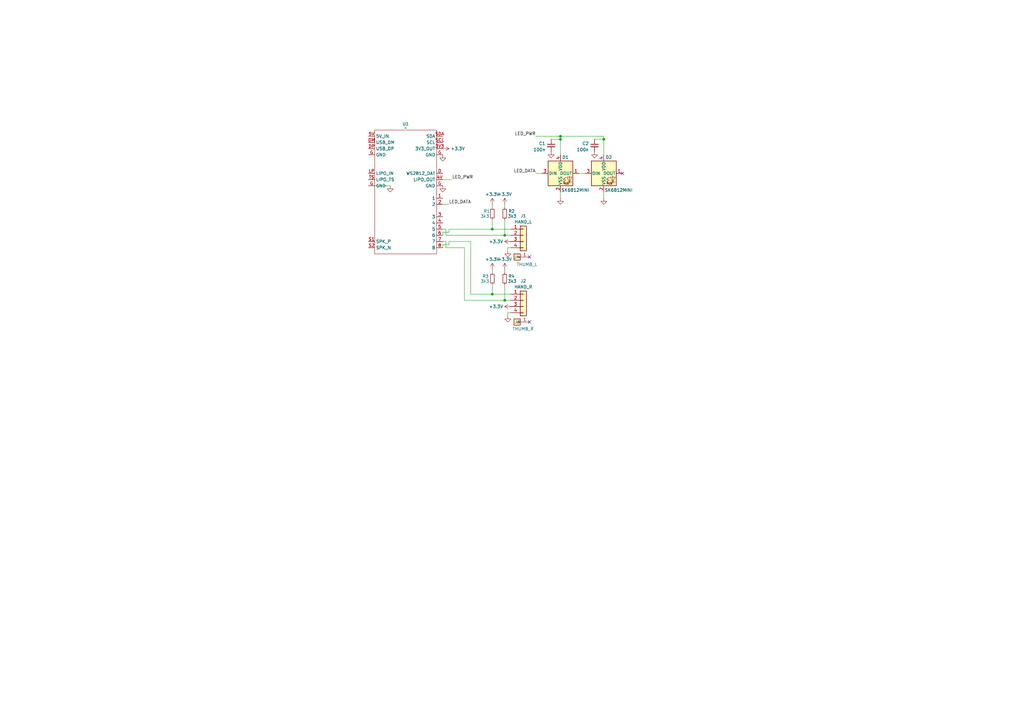
<source format=kicad_sch>
(kicad_sch (version 20231120) (generator "eeschema") (generator_version "8.0")
  (paper "A3")
  (lib_symbols
    (symbol "Connector_Generic:Conn_01x01" (pin_names (offset 1.016) hide)
      (property "Reference" "J" (at 0 2.54 0))
      (property "Value" "Conn_01x01" (at 0 -2.54 0))
      (symbol "Conn_01x01_1_1"
        (rectangle (start -1.27 0.127) (end 0 -0.127) (stroke (width 0.1524)))
        (rectangle (start -1.27 1.27) (end 1.27 -1.27) (stroke (width 0.254)) (fill (type background)))
        (pin passive line (at -5.08 0 0) (length 3.81) (name "Pin_1") (number "1"))
      )
    )
    (symbol "Connector_Generic:Conn_01x04" (pin_names (offset 1.016) hide)
      (property "Reference" "J" (at 0 5.08 0))
      (property "Value" "Conn_01x04" (at 0 -7.62 0))
      (symbol "Conn_01x04_1_1"
        (rectangle (start -1.27 -4.953) (end 0 -5.207) (stroke (width 0.1524)))
        (rectangle (start -1.27 -2.413) (end 0 -2.667) (stroke (width 0.1524)))
        (rectangle (start -1.27 0.127) (end 0 -0.127) (stroke (width 0.1524)))
        (rectangle (start -1.27 2.667) (end 0 2.413) (stroke (width 0.1524)))
        (rectangle (start -1.27 3.81) (end 1.27 -6.35) (stroke (width 0.254)) (fill (type background)))
        (pin passive line (at -5.08 2.54 0) (length 3.81) (name "Pin_1") (number "1"))
        (pin passive line (at -5.08 0 0) (length 3.81) (name "Pin_2") (number "2"))
        (pin passive line (at -5.08 -2.54 0) (length 3.81) (name "Pin_3") (number "3"))
        (pin passive line (at -5.08 -5.08 0) (length 3.81) (name "Pin_4") (number "4"))
      )
    )
    (symbol "Critbit_lib:pilkbrain2"
      (property "Reference" "U" (at 0 0 0))
      (symbol "pilkbrain2_0_1"
        (rectangle (start -12.7 25.4) (end 12.7 -25.4))
      )
      (symbol "pilkbrain2_1_1"
        (pin bidirectional line (at 15.24 -2.54 180) (length 2.54) (name "1") (number "1"))
        (pin bidirectional line (at 15.24 -5.08 180) (length 2.54) (name "2") (number "2"))
        (pin bidirectional line (at 15.24 -10.16 180) (length 2.54) (name "3") (number "3"))
        (pin power_out line (at 15.24 17.78 180) (length 2.54) (name "3V3_OUT") (number "3V3"))
        (pin bidirectional line (at 15.24 -12.7 180) (length 2.54) (name "4") (number "4"))
        (pin power_out line (at 15.24 5.08 180) (length 2.54) (name "LIPO_OUT") (number "4V"))
        (pin bidirectional line (at 15.24 -15.24 180) (length 2.54) (name "5") (number "5"))
        (pin power_in line (at -15.24 22.86 0) (length 2.54) (name "5V_IN") (number "5V"))
        (pin bidirectional line (at 15.24 -17.78 180) (length 2.54) (name "6") (number "6"))
        (pin bidirectional line (at 15.24 -20.32 180) (length 2.54) (name "7") (number "7"))
        (pin bidirectional line (at 15.24 -22.86 180) (length 2.54) (name "8") (number "8"))
        (pin power_out line (at 15.24 7.62 180) (length 2.54) (name "WS2812_DAT") (number "D"))
        (pin bidirectional line (at -15.24 20.32 0) (length 2.54) (name "USB_DM") (number "DM"))
        (pin bidirectional line (at -15.24 17.78 0) (length 2.54) (name "USB_DP") (number "DP"))
        (pin power_in line (at -15.24 2.54 0) (length 2.54) (name "GND") (number "G"))
        (pin power_in line (at -15.24 15.24 0) (length 2.54) (name "GND") (number "G"))
        (pin power_in line (at 15.24 2.54 180) (length 2.54) (name "GND") (number "G"))
        (pin power_in line (at 15.24 15.24 180) (length 2.54) (name "GND") (number "G"))
        (pin power_in line (at -15.24 7.62 0) (length 2.54) (name "LIPO_IN") (number "LP"))
        (pin bidirectional line (at -15.24 -20.32 0) (length 2.54) (name "SPK_P") (number "S1"))
        (pin bidirectional line (at -15.24 -22.86 0) (length 2.54) (name "SPK_N") (number "S2"))
        (pin open_collector line (at 15.24 20.32 180) (length 2.54) (name "SCL") (number "SCL"))
        (pin open_collector line (at 15.24 22.86 180) (length 2.54) (name "SDA") (number "SDA"))
        (pin input line (at -15.24 5.08 0) (length 2.54) (name "LIPO_TS") (number "TS"))
      )
    )
    (symbol "Device:C_Small" (pin_numbers hide) (pin_names (offset 0.254) hide)
      (property "Reference" "C" (at 0.254 1.778 0))
      (property "Value" "C_Small" (at 0.254 -2.032 0))
      (symbol "C_Small_0_1"
        (polyline (pts (xy -1.524 -0.508) (xy 1.524 -0.508)) (stroke (width 0.3302)))
        (polyline (pts (xy -1.524 0.508) (xy 1.524 0.508)) (stroke (width 0.3048)))
      )
      (symbol "C_Small_1_1"
        (pin passive line (at 0 2.54 270) (length 2.032) (name "~") (number "1"))
        (pin passive line (at 0 -2.54 90) (length 2.032) (name "~") (number "2"))
      )
    )
    (symbol "Device:R_Small" (pin_numbers hide) (pin_names (offset 0.254) hide)
      (property "Reference" "R" (at 0.762 0.508 0))
      (property "Value" "R_Small" (at 0.762 -1.016 0))
      (symbol "R_Small_0_1"
        (rectangle (start -0.762 1.778) (end 0.762 -1.778) (stroke (width 0.2032)))
      )
      (symbol "R_Small_1_1"
        (pin passive line (at 0 2.54 270) (length 0.762) (name "~") (number "1"))
        (pin passive line (at 0 -2.54 90) (length 0.762) (name "~") (number "2"))
      )
    )
    (symbol "LED:SK6812MINI" (pin_names (offset 0.254))
      (property "Reference" "D" (at 5.08 5.715 0))
      (property "Value" "SK6812MINI" (at 1.27 -5.715 0))
      (symbol "SK6812MINI_0_0"
        (text "RGB" (at 2.286 -4.191 0) (effects (font (size 0.762 0.762))))
      )
      (symbol "SK6812MINI_0_1"
        (polyline (pts (xy 1.27 -3.556) (xy 1.778 -3.556)))
        (polyline (pts (xy 1.27 -2.54) (xy 1.778 -2.54)))
        (polyline (pts (xy 4.699 -3.556) (xy 2.667 -3.556)))
        (polyline (pts (xy 2.286 -2.54) (xy 1.27 -3.556) (xy 1.27 -3.048)))
        (polyline (pts (xy 2.286 -1.524) (xy 1.27 -2.54) (xy 1.27 -2.032)))
        (polyline (pts (xy 3.683 -1.016) (xy 3.683 -3.556) (xy 3.683 -4.064)))
        (polyline (pts (xy 4.699 -1.524) (xy 2.667 -1.524) (xy 3.683 -3.556) (xy 4.699 -1.524)))
        (rectangle (start 5.08 5.08) (end -5.08 -5.08) (stroke (width 0.254)) (fill (type background)))
      )
      (symbol "SK6812MINI_1_1"
        (pin output line (at 7.62 0 180) (length 2.54) (name "DOUT") (number "1"))
        (pin power_in line (at 0 -7.62 90) (length 2.54) (name "VSS") (number "2"))
        (pin input line (at -7.62 0 0) (length 2.54) (name "DIN") (number "3"))
        (pin power_in line (at 0 7.62 270) (length 2.54) (name "VDD") (number "4"))
      )
    )
    (symbol "power:+3.3V" (power) (pin_numbers hide) (pin_names (offset 0) hide)
      (property "Value" "+3.3V" (at 0 3.556 0))
      (symbol "+3.3V_0_1"
        (polyline (pts (xy -0.762 1.27) (xy 0 2.54)))
        (polyline (pts (xy 0 0) (xy 0 2.54)))
        (polyline (pts (xy 0 2.54) (xy 0.762 1.27)))
      )
      (symbol "+3.3V_1_1"
        (pin power_in line (at 0 0 90) (length 0) (name "~") (number "1"))
      )
    )
    (symbol "power:GND" (power) (pin_names (offset 0))
      (property "Value" "GND" (at 0 -3.81 0))
      (symbol "GND_0_1"
        (polyline (pts (xy 0 0) (xy 0 -1.27) (xy 1.27 -1.27) (xy 0 -2.54) (xy -1.27 -1.27) (xy 0 -1.27)))
      )
      (symbol "GND_1_1"
        (pin power_in line (at 0 0 270) (length 0) hide (name "GND") (number "1"))
      )
    )
  )
  (junction (at 207.01 123.19))
  (junction (at 201.93 93.98))
  (junction (at 229.87 55.88))
  (junction (at 247.65 57.15))
  (junction (at 207.01 96.52))
  (junction (at 201.93 120.65))
  (junction (at 229.87 57.15))
  (no_connect (at 217.17 105.41))
  (no_connect (at 217.17 132.08))
  (no_connect (at 255.27 71.12))
  (wire (pts (xy 207.01 96.52) (xy 209.55 96.52)))
  (wire (pts (xy 201.93 83.82) (xy 201.93 85.09)))
  (wire (pts (xy 201.93 116.84) (xy 201.93 120.65)))
  (wire (pts (xy 229.87 55.88) (xy 247.65 55.88)))
  (wire (pts (xy 201.93 90.17) (xy 201.93 93.98)))
  (wire (pts (xy 237.49 71.12) (xy 240.03 71.12)))
  (wire (pts (xy 247.65 57.15) (xy 247.65 63.5)))
  (wire (pts (xy 190.5 123.19) (xy 207.01 123.19)))
  (wire (pts (xy 226.06 57.15) (xy 229.87 57.15)))
  (wire (pts (xy 229.87 55.88) (xy 229.87 57.15)))
  (wire (pts (xy 184.15 99.06) (xy 193.04 99.06)))
  (wire (pts (xy 182.88 101.6) (xy 190.5 101.6)))
  (wire (pts (xy 208.28 102.87) (xy 208.28 101.6)))
  (wire (pts (xy 182.88 93.98) (xy 182.88 96.52)))
  (wire (pts (xy 193.04 120.65) (xy 201.93 120.65)))
  (wire (pts (xy 181.61 83.82) (xy 184.15 83.82)))
  (wire (pts (xy 229.87 78.74) (xy 229.87 81.28)))
  (wire (pts (xy 181.61 93.98) (xy 182.88 93.98)))
  (wire (pts (xy 182.88 99.06) (xy 182.88 101.6)))
  (wire (pts (xy 201.93 120.65) (xy 209.55 120.65)))
  (wire (pts (xy 201.93 93.98) (xy 209.55 93.98)))
  (wire (pts (xy 181.61 95.25) (xy 184.15 95.25)))
  (wire (pts (xy 207.01 123.19) (xy 209.55 123.19)))
  (wire (pts (xy 219.71 71.12) (xy 222.25 71.12)))
  (wire (pts (xy 201.93 110.49) (xy 201.93 111.76)))
  (wire (pts (xy 151.13 76.2) (xy 160.02 76.2)))
  (wire (pts (xy 207.01 110.49) (xy 207.01 111.76)))
  (wire (pts (xy 184.15 93.98) (xy 201.93 93.98)))
  (wire (pts (xy 184.15 99.06) (xy 184.15 100.33)))
  (wire (pts (xy 208.28 128.27) (xy 209.55 128.27)))
  (wire (pts (xy 184.15 93.98) (xy 184.15 95.25)))
  (wire (pts (xy 247.65 78.74) (xy 247.65 81.28)))
  (wire (pts (xy 243.84 57.15) (xy 247.65 57.15)))
  (wire (pts (xy 185.42 73.66) (xy 181.61 73.66)))
  (wire (pts (xy 190.5 101.6) (xy 190.5 123.19)))
  (wire (pts (xy 182.88 96.52) (xy 207.01 96.52)))
  (wire (pts (xy 193.04 120.65) (xy 193.04 99.06)))
  (wire (pts (xy 181.61 99.06) (xy 182.88 99.06)))
  (wire (pts (xy 208.28 129.54) (xy 208.28 128.27)))
  (wire (pts (xy 181.61 96.52) (xy 181.61 95.25)))
  (wire (pts (xy 207.01 83.82) (xy 207.01 85.09)))
  (wire (pts (xy 207.01 90.17) (xy 207.01 96.52)))
  (wire (pts (xy 247.65 55.88) (xy 247.65 57.15)))
  (wire (pts (xy 208.28 101.6) (xy 209.55 101.6)))
  (wire (pts (xy 229.87 57.15) (xy 229.87 63.5)))
  (wire (pts (xy 181.61 100.33) (xy 181.61 101.6)))
  (wire (pts (xy 207.01 116.84) (xy 207.01 123.19)))
  (wire (pts (xy 181.61 100.33) (xy 184.15 100.33)))
  (wire (pts (xy 219.71 55.88) (xy 229.87 55.88)))
  (label "LED_PWR" (at 185.42 73.66 0))
  (label "LED_PWR" (at 219.71 55.88 180))
  (label "LED_DATA" (at 219.71 71.12 180))
  (label "LED_DATA" (at 184.15 83.82 0))
  (symbol (lib_id "power:+3.3V") (at 207.01 83.82 0) (mirror y) (unit 1)
    (property "Reference" "#PWR014" (effects (hide yes)))
    (property "Value" "+3.3V" (at 207.01 79.6869 0))
    (property "Description" "Power symbol creates a global label with name \"+3.3V\"" (effects (hide yes)))
  )
  (symbol (lib_id "Device:C_Small") (at 226.06 59.69 0) (mirror y) (unit 1)
    (property "Reference" "C1" (at 223.7359 58.8616 0) (effects (justify left)))
    (property "Value" "100n" (at 223.7359 61.3985 0) (effects (justify left)))
    (property "Footprint" "Capacitor_SMD:C_0603_1608Metric_Pad1.08x0.95mm_HandSolder" (effects (hide yes)))
  )
  (symbol (lib_id "LED:SK6812MINI") (at 229.87 71.12 0) (unit 1)
    (property "Reference" "D1" (at 231.902 64.516 0))
    (property "Value" "SK6812MINI" (at 235.966 77.978 0))
    (property "Footprint" "Critbit_lib:SK6812MINI_PLCC4_UPSIDEDOWN" (effects (hide yes)))
    (property "Datasheet" "https://cdn-shop.adafruit.com/product-files/2686/SK6812MINI_REV.01-1-2.pdf" (effects (hide yes)))
    (property "Description" "RGB LED with integrated controller" (effects (hide yes)))
  )
  (symbol (lib_id "power:+3.3V") (at 209.55 99.06 90) (unit 1)
    (property "Reference" "#PWR012" (effects (hide yes)))
    (property "Value" "+3.3V" (at 206.375 99.06 90) (effects (justify left)))
    (property "Description" "Power symbol creates a global label with name \"+3.3V\"" (effects (hide yes)))
  )
  (symbol (lib_id "LED:SK6812MINI") (at 247.65 71.12 0) (unit 1)
    (property "Reference" "D2" (at 249.682 64.516 0))
    (property "Value" "SK6812MINI" (at 253.746 77.978 0))
    (property "Footprint" "Critbit_lib:SK6812MINI_PLCC4_UPSIDEDOWN" (effects (hide yes)))
    (property "Datasheet" "https://cdn-shop.adafruit.com/product-files/2686/SK6812MINI_REV.01-1-2.pdf" (effects (hide yes)))
    (property "Description" "RGB LED with integrated controller" (effects (hide yes)))
  )
  (symbol (lib_id "power:GND") (at 208.28 129.54 0) (mirror y) (unit 1)
    (property "Reference" "#PWR035" (effects (hide yes)))
    (property "Value" "GND" (effects (hide yes)))
  )
  (symbol (lib_id "Connector_Generic:Conn_01x01") (at 212.09 105.41 180) (unit 1)
    (property "Reference" "J4" (at 210.82 105.41 0) (effects (justify right)))
    (property "Value" "THUMB_L" (at 211.836 108.458 0) (effects (justify right)))
    (property "Footprint" "Connector_PinHeader_2.54mm:PinHeader_1x01_P2.54mm_Vertical" (effects (hide yes)))
  )
  (symbol (lib_id "Connector_Generic:Conn_01x04") (at 214.63 96.52 0) (unit 1)
    (property "Reference" "J1" (at 214.63 88.5657 0))
    (property "Value" "HAND_L" (at 214.63 90.9899 0))
    (property "Footprint" "Critbit_lib:Neko_hands" (effects (hide yes)))
  )
  (symbol (lib_id "power:+3.3V") (at 181.61 60.96 270) (unit 1)
    (property "Reference" "#PWR09" (effects (hide yes)))
    (property "Value" "+3.3V" (at 184.785 60.96 90) (effects (justify left)))
    (property "Description" "Power symbol creates a global label with name \"+3.3V\"" (effects (hide yes)))
  )
  (symbol (lib_id "power:GND") (at 247.65 81.28 0) (mirror y) (unit 1)
    (property "Reference" "#PWR04" (effects (hide yes)))
    (property "Value" "GND" (effects (hide yes)))
  )
  (symbol (lib_id "Device:R_Small") (at 201.93 87.63 180) (unit 1)
    (property "Reference" "R1" (at 199.644 86.614 0))
    (property "Value" "3k3" (at 198.882 88.646 0))
    (property "Footprint" "Resistor_SMD:R_0603_1608Metric_Pad0.98x0.95mm_HandSolder" (effects (hide yes)))
  )
  (symbol (lib_id "Device:R_Small") (at 207.01 114.3 0) (mirror x) (unit 1)
    (property "Reference" "R4" (at 209.804 113.284 0))
    (property "Value" "3k3" (at 210.058 115.316 0))
    (property "Footprint" "Resistor_SMD:R_0603_1608Metric_Pad0.98x0.95mm_HandSolder" (effects (hide yes)))
  )
  (symbol (lib_id "power:+3.3V") (at 209.55 125.73 90) (unit 1)
    (property "Reference" "#PWR011" (effects (hide yes)))
    (property "Value" "+3.3V" (at 206.375 125.73 90) (effects (justify left)))
    (property "Description" "Power symbol creates a global label with name \"+3.3V\"" (effects (hide yes)))
  )
  (symbol (lib_id "power:GND") (at 208.28 102.87 0) (mirror y) (unit 1)
    (property "Reference" "#PWR048" (effects (hide yes)))
    (property "Value" "GND" (effects (hide yes)))
  )
  (symbol (lib_id "Connector_Generic:Conn_01x04") (at 214.63 123.19 0) (unit 1)
    (property "Reference" "J2" (at 214.63 115.2357 0))
    (property "Value" "HAND_R" (at 214.63 117.6599 0))
    (property "Footprint" "Critbit_lib:Neko_hands" (effects (hide yes)))
  )
  (symbol (lib_id "power:GND") (at 181.61 63.5 0) (unit 1)
    (property "Reference" "#PWR07" (effects (hide yes)))
    (property "Value" "GND" (effects (hide yes)))
  )
  (symbol (lib_id "Device:R_Small") (at 201.93 114.3 180) (unit 1)
    (property "Reference" "R3" (at 199.136 113.284 0))
    (property "Value" "3k3" (at 198.882 115.316 0))
    (property "Footprint" "Resistor_SMD:R_0603_1608Metric_Pad0.98x0.95mm_HandSolder" (effects (hide yes)))
  )
  (symbol (lib_id "Device:R_Small") (at 207.01 87.63 0) (mirror x) (unit 1)
    (property "Reference" "R2" (at 209.804 86.614 0))
    (property "Value" "3k3" (at 210.058 88.646 0))
    (property "Footprint" "Resistor_SMD:R_0603_1608Metric_Pad0.98x0.95mm_HandSolder" (effects (hide yes)))
  )
  (symbol (lib_id "power:GND") (at 181.61 76.2 0) (unit 1)
    (property "Reference" "#PWR08" (effects (hide yes)))
    (property "Value" "GND" (effects (hide yes)))
  )
  (symbol (lib_id "power:GND") (at 243.84 62.23 0) (mirror y) (unit 1)
    (property "Reference" "#PWR02" (effects (hide yes)))
    (property "Value" "GND" (effects (hide yes)))
  )
  (symbol (lib_id "power:+3.3V") (at 207.01 110.49 0) (mirror y) (unit 1)
    (property "Reference" "#PWR016" (effects (hide yes)))
    (property "Value" "+3.3V" (at 207.01 106.3569 0))
    (property "Description" "Power symbol creates a global label with name \"+3.3V\"" (effects (hide yes)))
  )
  (symbol (lib_id "power:+3.3V") (at 201.93 110.49 0) (unit 1)
    (property "Reference" "#PWR015" (effects (hide yes)))
    (property "Value" "+3.3V" (at 201.93 106.3569 0))
    (property "Description" "Power symbol creates a global label with name \"+3.3V\"" (effects (hide yes)))
  )
  (symbol (lib_id "Device:C_Small") (at 243.84 59.69 0) (mirror y) (unit 1)
    (property "Reference" "C2" (at 241.5159 58.8616 0) (effects (justify left)))
    (property "Value" "100n" (at 241.5159 61.3985 0) (effects (justify left)))
    (property "Footprint" "Capacitor_SMD:C_0603_1608Metric_Pad1.08x0.95mm_HandSolder" (effects (hide yes)))
  )
  (symbol (lib_id "power:GND") (at 160.02 76.2 0) (unit 1)
    (property "Reference" "#PWR010" (effects (hide yes)))
    (property "Value" "GND" (effects (hide yes)))
  )
  (symbol (lib_id "power:GND") (at 229.87 81.28 0) (mirror y) (unit 1)
    (property "Reference" "#PWR03" (effects (hide yes)))
    (property "Value" "GND" (effects (hide yes)))
  )
  (symbol (lib_id "power:GND") (at 226.06 62.23 0) (mirror y) (unit 1)
    (property "Reference" "#PWR01" (effects (hide yes)))
    (property "Value" "GND" (effects (hide yes)))
  )
  (symbol (lib_id "Connector_Generic:Conn_01x01") (at 212.09 132.08 180) (unit 1)
    (property "Reference" "J3" (at 213.36 132.08 0) (effects (justify left)))
    (property "Value" "THUMB_R" (at 218.948 134.874 0) (effects (justify left)))
    (property "Footprint" "Connector_PinHeader_2.54mm:PinHeader_1x01_P2.54mm_Vertical" (effects (hide yes)))
  )
  (symbol (lib_id "power:+3.3V") (at 201.93 83.82 0) (unit 1)
    (property "Reference" "#PWR013" (effects (hide yes)))
    (property "Value" "+3.3V" (at 201.93 79.6869 0))
    (property "Description" "Power symbol creates a global label with name \"+3.3V\"" (effects (hide yes)))
  )
  (symbol (lib_id "Critbit_lib:pilkbrain2") (at 166.37 78.74 0) (unit 1)
    (property "Reference" "U1" (at 166.37 50.8085 0))
    (property "Value" "~" (at 166.37 52.4899 0))
    (property "Footprint" "Critbit_lib:pilkbrain2" (effects (hide yes)))
  )
)
</source>
